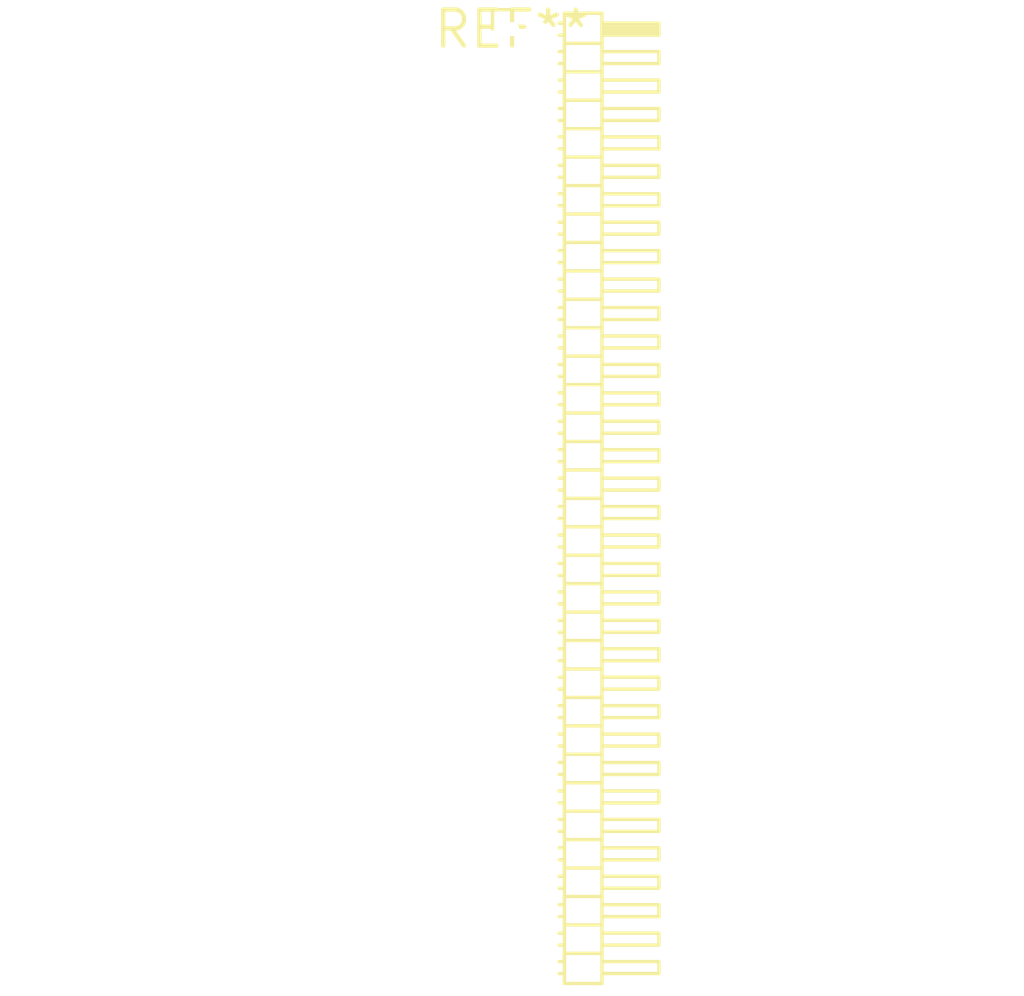
<source format=kicad_pcb>
(kicad_pcb (version 20240108) (generator pcbnew)
  (layers (0 "F.Cu" signal) (31 "B.Cu" signal) (34 "B.Paste" user) (35 "F.Paste" user) (36 "B.SilkS" user "B.Silkscreen") (37 "F.SilkS" user "F.Silkscreen") (38 "B.Mask" user) (39 "F.Mask" user) (44 "Edge.Cuts" user))
  (net 0 "")
  (footprint "PinHeader_2x34_P1.00mm_Horizontal" (layer "F.Cu") (at 0 0)
    (property "Reference" "REF**")
    (property "Value" "PinHeader_2x34_P1.00mm_Horizontal")
    (fp_line (start -0.685 -0.685) (end 0 -0.685) (layer "F.SilkS") (stroke (width 0.12)))
    (fp_line (start -0.685 0) (end -0.685 -0.685) (layer "F.SilkS") (stroke (width 0.12)))
    (fp_line (start 1.652016 -0.21) (end 1.84 -0.21) (layer "F.SilkS") (stroke (width 0.12)))
    (fp_line (start 1.652016 0.21) (end 1.84 0.21) (layer "F.SilkS") (stroke (width 0.12)))
    (fp_line (start 1.652016 0.79) (end 1.84 0.79) (layer "F.SilkS") (stroke (width 0.12)))
    (fp_line (start 1.652016 1.21) (end 1.84 1.21) (layer "F.SilkS") (stroke (width 0.12)))
    (fp_line (start 1.652016 1.79) (end 1.84 1.79) (layer "F.SilkS") (stroke (width 0.12)))
    (fp_line (start 1.652016 2.21) (end 1.84 2.21) (layer "F.SilkS") (stroke (width 0.12)))
    (fp_line (start 1.652016 2.79) (end 1.84 2.79) (layer "F.SilkS") (stroke (width 0.12)))
    (fp_line (start 1.652016 3.21) (end 1.84 3.21) (layer "F.SilkS") (stroke (width 0.12)))
    (fp_line (start 1.652016 3.79) (end 1.84 3.79) (layer "F.SilkS") (stroke (width 0.12)))
    (fp_line (start 1.652016 4.21) (end 1.84 4.21) (layer "F.SilkS") (stroke (width 0.12)))
    (fp_line (start 1.652016 4.79) (end 1.84 4.79) (layer "F.SilkS") (stroke (width 0.12)))
    (fp_line (start 1.652016 5.21) (end 1.84 5.21) (layer "F.SilkS") (stroke (width 0.12)))
    (fp_line (start 1.652016 5.79) (end 1.84 5.79) (layer "F.SilkS") (stroke (width 0.12)))
    (fp_line (start 1.652016 6.21) (end 1.84 6.21) (layer "F.SilkS") (stroke (width 0.12)))
    (fp_line (start 1.652016 6.79) (end 1.84 6.79) (layer "F.SilkS") (stroke (width 0.12)))
    (fp_line (start 1.652016 7.21) (end 1.84 7.21) (layer "F.SilkS") (stroke (width 0.12)))
    (fp_line (start 1.652016 7.79) (end 1.84 7.79) (layer "F.SilkS") (stroke (width 0.12)))
    (fp_line (start 1.652016 8.21) (end 1.84 8.21) (layer "F.SilkS") (stroke (width 0.12)))
    (fp_line (start 1.652016 8.79) (end 1.84 8.79) (layer "F.SilkS") (stroke (width 0.12)))
    (fp_line (start 1.652016 9.21) (end 1.84 9.21) (layer "F.SilkS") (stroke (width 0.12)))
    (fp_line (start 1.652016 9.79) (end 1.84 9.79) (layer "F.SilkS") (stroke (width 0.12)))
    (fp_line (start 1.652016 10.21) (end 1.84 10.21) (layer "F.SilkS") (stroke (width 0.12)))
    (fp_line (start 1.652016 10.79) (end 1.84 10.79) (layer "F.SilkS") (stroke (width 0.12)))
    (fp_line (start 1.652016 11.21) (end 1.84 11.21) (layer "F.SilkS") (stroke (width 0.12)))
    (fp_line (start 1.652016 11.79) (end 1.84 11.79) (layer "F.SilkS") (stroke (width 0.12)))
    (fp_line (start 1.652016 12.21) (end 1.84 12.21) (layer "F.SilkS") (stroke (width 0.12)))
    (fp_line (start 1.652016 12.79) (end 1.84 12.79) (layer "F.SilkS") (stroke (width 0.12)))
    (fp_line (start 1.652016 13.21) (end 1.84 13.21) (layer "F.SilkS") (stroke (width 0.12)))
    (fp_line (start 1.652016 13.79) (end 1.84 13.79) (layer "F.SilkS") (stroke (width 0.12)))
    (fp_line (start 1.652016 14.21) (end 1.84 14.21) (layer "F.SilkS") (stroke (width 0.12)))
    (fp_line (start 1.652016 14.79) (end 1.84 14.79) (layer "F.SilkS") (stroke (width 0.12)))
    (fp_line (start 1.652016 15.21) (end 1.84 15.21) (layer "F.SilkS") (stroke (width 0.12)))
    (fp_line (start 1.652016 15.79) (end 1.84 15.79) (layer "F.SilkS") (stroke (width 0.12)))
    (fp_line (start 1.652016 16.21) (end 1.84 16.21) (layer "F.SilkS") (stroke (width 0.12)))
    (fp_line (start 1.652016 16.79) (end 1.84 16.79) (layer "F.SilkS") (stroke (width 0.12)))
    (fp_line (start 1.652016 17.21) (end 1.84 17.21) (layer "F.SilkS") (stroke (width 0.12)))
    (fp_line (start 1.652016 17.79) (end 1.84 17.79) (layer "F.SilkS") (stroke (width 0.12)))
    (fp_line (start 1.652016 18.21) (end 1.84 18.21) (layer "F.SilkS") (stroke (width 0.12)))
    (fp_line (start 1.652016 18.79) (end 1.84 18.79) (layer "F.SilkS") (stroke (width 0.12)))
    (fp_line (start 1.652016 19.21) (end 1.84 19.21) (layer "F.SilkS") (stroke (width 0.12)))
    (fp_line (start 1.652016 19.79) (end 1.84 19.79) (layer "F.SilkS") (stroke (width 0.12)))
    (fp_line (start 1.652016 20.21) (end 1.84 20.21) (layer "F.SilkS") (stroke (width 0.12)))
    (fp_line (start 1.652016 20.79) (end 1.84 20.79) (layer "F.SilkS") (stroke (width 0.12)))
    (fp_line (start 1.652016 21.21) (end 1.84 21.21) (layer "F.SilkS") (stroke (width 0.12)))
    (fp_line (start 1.652016 21.79) (end 1.84 21.79) (layer "F.SilkS") (stroke (width 0.12)))
    (fp_line (start 1.652016 22.21) (end 1.84 22.21) (layer "F.SilkS") (stroke (width 0.12)))
    (fp_line (start 1.652016 22.79) (end 1.84 22.79) (layer "F.SilkS") (stroke (width 0.12)))
    (fp_line (start 1.652016 23.21) (end 1.84 23.21) (layer "F.SilkS") (stroke (width 0.12)))
    (fp_line (start 1.652016 23.79) (end 1.84 23.79) (layer "F.SilkS") (stroke (width 0.12)))
    (fp_line (start 1.652016 24.21) (end 1.84 24.21) (layer "F.SilkS") (stroke (width 0.12)))
    (fp_line (start 1.652016 24.79) (end 1.84 24.79) (layer "F.SilkS") (stroke (width 0.12)))
    (fp_line (start 1.652016 25.21) (end 1.84 25.21) (layer "F.SilkS") (stroke (width 0.12)))
    (fp_line (start 1.652016 25.79) (end 1.84 25.79) (layer "F.SilkS") (stroke (width 0.12)))
    (fp_line (start 1.652016 26.21) (end 1.84 26.21) (layer "F.SilkS") (stroke (width 0.12)))
    (fp_line (start 1.652016 26.79) (end 1.84 26.79) (layer "F.SilkS") (stroke (width 0.12)))
    (fp_line (start 1.652016 27.21) (end 1.84 27.21) (layer "F.SilkS") (stroke (width 0.12)))
    (fp_line (start 1.652016 27.79) (end 1.84 27.79) (layer "F.SilkS") (stroke (width 0.12)))
    (fp_line (start 1.652016 28.21) (end 1.84 28.21) (layer "F.SilkS") (stroke (width 0.12)))
    (fp_line (start 1.652016 28.79) (end 1.84 28.79) (layer "F.SilkS") (stroke (width 0.12)))
    (fp_line (start 1.652016 29.21) (end 1.84 29.21) (layer "F.SilkS") (stroke (width 0.12)))
    (fp_line (start 1.652016 29.79) (end 1.84 29.79) (layer "F.SilkS") (stroke (width 0.12)))
    (fp_line (start 1.652016 30.21) (end 1.84 30.21) (layer "F.SilkS") (stroke (width 0.12)))
    (fp_line (start 1.652016 30.79) (end 1.84 30.79) (layer "F.SilkS") (stroke (width 0.12)))
    (fp_line (start 1.652016 31.21) (end 1.84 31.21) (layer "F.SilkS") (stroke (width 0.12)))
    (fp_line (start 1.652016 31.79) (end 1.84 31.79) (layer "F.SilkS") (stroke (width 0.12)))
    (fp_line (start 1.652016 32.21) (end 1.84 32.21) (layer "F.SilkS") (stroke (width 0.12)))
    (fp_line (start 1.652016 32.79) (end 1.84 32.79) (layer "F.SilkS") (stroke (width 0.12)))
    (fp_line (start 1.652016 33.21) (end 1.84 33.21) (layer "F.SilkS") (stroke (width 0.12)))
    (fp_line (start 1.84 -0.56) (end 1.84 33.56) (layer "F.SilkS") (stroke (width 0.12)))
    (fp_line (start 1.84 0.5) (end 3.16 0.5) (layer "F.SilkS") (stroke (width 0.12)))
    (fp_line (start 1.84 1.5) (end 3.16 1.5) (layer "F.SilkS") (stroke (width 0.12)))
    (fp_line (start 1.84 2.5) (end 3.16 2.5) (layer "F.SilkS") (stroke (width 0.12)))
    (fp_line (start 1.84 3.5) (end 3.16 3.5) (layer "F.SilkS") (stroke (width 0.12)))
    (fp_line (start 1.84 4.5) (end 3.16 4.5) (layer "F.SilkS") (stroke (width 0.12)))
    (fp_line (start 1.84 5.5) (end 3.16 5.5) (layer "F.SilkS") (stroke (width 0.12)))
    (fp_line (start 1.84 6.5) (end 3.16 6.5) (layer "F.SilkS") (stroke (width 0.12)))
    (fp_line (start 1.84 7.5) (end 3.16 7.5) (layer "F.SilkS") (stroke (width 0.12)))
    (fp_line (start 1.84 8.5) (end 3.16 8.5) (layer "F.SilkS") (stroke (width 0.12)))
    (fp_line (start 1.84 9.5) (end 3.16 9.5) (layer "F.SilkS") (stroke (width 0.12)))
    (fp_line (start 1.84 10.5) (end 3.16 10.5) (layer "F.SilkS") (stroke (width 0.12)))
    (fp_line (start 1.84 11.5) (end 3.16 11.5) (layer "F.SilkS") (stroke (width 0.12)))
    (fp_line (start 1.84 12.5) (end 3.16 12.5) (layer "F.SilkS") (stroke (width 0.12)))
    (fp_line (start 1.84 13.5) (end 3.16 13.5) (layer "F.SilkS") (stroke (width 0.12)))
    (fp_line (start 1.84 14.5) (end 3.16 14.5) (layer "F.SilkS") (stroke (width 0.12)))
    (fp_line (start 1.84 15.5) (end 3.16 15.5) (layer "F.SilkS") (stroke (width 0.12)))
    (fp_line (start 1.84 16.5) (end 3.16 16.5) (layer "F.SilkS") (stroke (width 0.12)))
    (fp_line (start 1.84 17.5) (end 3.16 17.5) (layer "F.SilkS") (stroke (width 0.12)))
    (fp_line (start 1.84 18.5) (end 3.16 18.5) (layer "F.SilkS") (stroke (width 0.12)))
    (fp_line (start 1.84 19.5) (end 3.16 19.5) (layer "F.SilkS") (stroke (width 0.12)))
    (fp_line (start 1.84 20.5) (end 3.16 20.5) (layer "F.SilkS") (stroke (width 0.12)))
    (fp_line (start 1.84 21.5) (end 3.16 21.5) (layer "F.SilkS") (stroke (width 0.12)))
    (fp_line (start 1.84 22.5) (end 3.16 22.5) (layer "F.SilkS") (stroke (width 0.12)))
    (fp_line (start 1.84 23.5) (end 3.16 23.5) (layer "F.SilkS") (stroke (width 0.12)))
    (fp_line (start 1.84 24.5) (end 3.16 24.5) (layer "F.SilkS") (stroke (width 0.12)))
    (fp_line (start 1.84 25.5) (end 3.16 25.5) (layer "F.SilkS") (stroke (width 0.12)))
    (fp_line (start 1.84 26.5) (end 3.16 26.5) (layer "F.SilkS") (stroke (width 0.12)))
    (fp_line (start 1.84 27.5) (end 3.16 27.5) (layer "F.SilkS") (stroke (width 0.12)))
    (fp_line (start 1.84 28.5) (end 3.16 28.5) (layer "F.SilkS") (stroke (width 0.12)))
    (fp_line (start 1.84 29.5) (end 3.16 29.5) (layer "F.SilkS") (stroke (width 0.12)))
    (fp_line (start 1.84 30.5) (end 3.16 30.5) (layer "F.SilkS") (stroke (width 0.12)))
    (fp_line (start 1.84 31.5) (end 3.16 31.5) (layer "F.SilkS") (stroke (width 0.12)))
    (fp_line (start 1.84 32.5) (end 3.16 32.5) (layer "F.SilkS") (stroke (width 0.12)))
    (fp_line (start 1.84 33.56) (end 3.16 33.56) (layer "F.SilkS") (stroke (width 0.12)))
    (fp_line (start 3.16 -0.56) (end 1.84 -0.56) (layer "F.SilkS") (stroke (width 0.12)))
    (fp_line (start 3.16 -0.21) (end 5.16 -0.21) (layer "F.SilkS") (stroke (width 0.12)))
    (fp_line (start 3.16 -0.15) (end 5.16 -0.15) (layer "F.SilkS") (stroke (width 0.12)))
    (fp_line (start 3.16 -0.03) (end 5.16 -0.03) (layer "F.SilkS") (stroke (width 0.12)))
    (fp_line (start 3.16 0.09) (end 5.16 0.09) (layer "F.SilkS") (stroke (width 0.12)))
    (fp_line (start 3.16 0.79) (end 5.16 0.79) (layer "F.SilkS") (stroke (width 0.12)))
    (fp_line (start 3.16 1.79) (end 5.16 1.79) (layer "F.SilkS") (stroke (width 0.12)))
    (fp_line (start 3.16 2.79) (end 5.16 2.79) (layer "F.SilkS") (stroke (width 0.12)))
    (fp_line (start 3.16 3.79) (end 5.16 3.79) (layer "F.SilkS") (stroke (width 0.12)))
    (fp_line (start 3.16 4.79) (end 5.16 4.79) (layer "F.SilkS") (stroke (width 0.12)))
    (fp_line (start 3.16 5.79) (end 5.16 5.79) (layer "F.SilkS") (stroke (width 0.12)))
    (fp_line (start 3.16 6.79) (end 5.16 6.79) (layer "F.SilkS") (stroke (width 0.12)))
    (fp_line (start 3.16 7.79) (end 5.16 7.79) (layer "F.SilkS") (stroke (width 0.12)))
    (fp_line (start 3.16 8.79) (end 5.16 8.79) (layer "F.SilkS") (stroke (width 0.12)))
    (fp_line (start 3.16 9.79) (end 5.16 9.79) (layer "F.SilkS") (stroke (width 0.12)))
    (fp_line (start 3.16 10.79) (end 5.16 10.79) (layer "F.SilkS") (stroke (width 0.12)))
    (fp_line (start 3.16 11.79) (end 5.16 11.79) (layer "F.SilkS") (stroke (width 0.12)))
    (fp_line (start 3.16 12.79) (end 5.16 12.79) (layer "F.SilkS") (stroke (width 0.12)))
    (fp_line (start 3.16 13.79) (end 5.16 13.79) (layer "F.SilkS") (stroke (width 0.12)))
    (fp_line (start 3.16 14.79) (end 5.16 14.79) (layer "F.SilkS") (stroke (width 0.12)))
    (fp_line (start 3.16 15.79) (end 5.16 15.79) (layer "F.SilkS") (stroke (width 0.12)))
    (fp_line (start 3.16 16.79) (end 5.16 16.79) (layer "F.SilkS") (stroke (width 0.12)))
    (fp_line (start 3.16 17.79) (end 5.16 17.79) (layer "F.SilkS") (stroke (width 0.12)))
    (fp_line (start 3.16 18.79) (end 5.16 18.79) (layer "F.SilkS") (stroke (width 0.12)))
    (fp_line (start 3.16 19.79) (end 5.16 19.79) (layer "F.SilkS") (stroke (width 0.12)))
    (fp_line (start 3.16 20.79) (end 5.16 20.79) (layer "F.SilkS") (stroke (width 0.12)))
    (fp_line (start 3.16 21.79) (end 5.16 21.79) (layer "F.SilkS") (stroke (width 0.12)))
    (fp_line (start 3.16 22.79) (end 5.16 22.79) (layer "F.SilkS") (stroke (width 0.12)))
    (fp_line (start 3.16 23.79) (end 5.16 23.79) (layer "F.SilkS") (stroke (width 0.12)))
    (fp_line (start 3.16 24.79) (end 5.16 24.79) (layer "F.SilkS") (stroke (width 0.12)))
    (fp_line (start 3.16 25.79) (end 5.16 25.79) (layer "F.SilkS") (stroke (width 0.12)))
    (fp_line (start 3.16 26.79) (end 5.16 26.79) (layer "F.SilkS") (stroke (width 0.12)))
    (fp_line (start 3.16 27.79) (end 5.16 27.79) (layer "F.SilkS") (stroke (width 0.12)))
    (fp_line (start 3.16 28.79) (end 5.16 28.79) (layer "F.SilkS") (stroke (width 0.12)))
    (fp_line (start 3.16 29.79) (end 5.16 29.79) (layer "F.SilkS") (stroke (width 0.12)))
    (fp_line (start 3.16 30.79) (end 5.16 30.79) (layer "F.SilkS") (stroke (width 0.12)))
    (fp_line (start 3.16 31.79) (end 5.16 31.79) (layer "F.SilkS") (stroke (width 0.12)))
    (fp_line (start 3.16 32.79) (end 5.16 32.79) (layer "F.SilkS") (stroke (width 0.12)))
    (fp_line (start 3.16 33.56) (end 3.16 -0.56) (layer "F.SilkS") (stroke (width 0.12)))
    (fp_line (start 5.16 -0.21) (end 5.16 0.21) (layer "F.SilkS") (stroke (width 0.12)))
    (fp_line (start 5.16 0.21) (end 3.16 0.21) (layer "F.SilkS") (stroke (width 0.12)))
    (fp_line (start 5.16 0.79) (end 5.16 1.21) (layer "F.SilkS") (stroke (width 0.12)))
    (fp_line (start 5.16 1.21) (end 3.16 1.21) (layer "F.SilkS") (stroke (width 0.12)))
    (fp_line (start 5.16 1.79) (end 5.16 2.21) (layer "F.SilkS") (stroke (width 0.12)))
    (fp_line (start 5.16 2.21) (end 3.16 2.21) (layer "F.SilkS") (stroke (width 0.12)))
    (fp_line (start 5.16 2.79) (end 5.16 3.21) (layer "F.SilkS") (stroke (width 0.12)))
    (fp_line (start 5.16 3.21) (end 3.16 3.21) (layer "F.SilkS") (stroke (width 0.12)))
    (fp_line (start 5.16 3.79) (end 5.16 4.21) (layer "F.SilkS") (stroke (width 0.12)))
    (fp_line (start 5.16 4.21) (end 3.16 4.21) (layer "F.SilkS") (stroke (width 0.12)))
    (fp_line (start 5.16 4.79) (end 5.16 5.21) (layer "F.SilkS") (stroke (width 0.12)))
    (fp_line (start 5.16 5.21) (end 3.16 5.21) (layer "F.SilkS") (stroke (width 0.12)))
    (fp_line (start 5.16 5.79) (end 5.16 6.21) (layer "F.SilkS") (stroke (width 0.12)))
    (fp_line (start 5.16 6.21) (end 3.16 6.21) (layer "F.SilkS") (stroke (width 0.12)))
    (fp_line (start 5.16 6.79) (end 5.16 7.21) (layer "F.SilkS") (stroke (width 0.12)))
    (fp_line (start 5.16 7.21) (end 3.16 7.21) (layer "F.SilkS") (stroke (width 0.12)))
    (fp_line (start 5.16 7.79) (end 5.16 8.21) (layer "F.SilkS") (stroke (width 0.12)))
    (fp_line (start 5.16 8.21) (end 3.16 8.21) (layer "F.SilkS") (stroke (width 0.12)))
    (fp_line (start 5.16 8.79) (end 5.16 9.21) (layer "F.SilkS") (stroke (width 0.12)))
    (fp_line (start 5.16 9.21) (end 3.16 9.21) (layer "F.SilkS") (stroke (width 0.12)))
    (fp_line (start 5.16 9.79) (end 5.16 10.21) (layer "F.SilkS") (stroke (width 0.12)))
    (fp_line (start 5.16 10.21) (end 3.16 10.21) (layer "F.SilkS") (stroke (width 0.12)))
    (fp_line (start 5.16 10.79) (end 5.16 11.21) (layer "F.SilkS") (stroke (width 0.12)))
    (fp_line (start 5.16 11.21) (end 3.16 11.21) (layer "F.SilkS") (stroke (width 0.12)))
    (fp_line (start 5.16 11.79) (end 5.16 12.21) (layer "F.SilkS") (stroke (width 0.12)))
    (fp_line (start 5.16 12.21) (end 3.16 12.21) (layer "F.SilkS") (stroke (width 0.12)))
    (fp_line (start 5.16 12.79) (end 5.16 13.21) (layer "F.SilkS") (stroke (width 0.12)))
    (fp_line (start 5.16 13.21) (end 3.16 13.21) (layer "F.SilkS") (stroke (width 0.12)))
    (fp_line (start 5.16 13.79) (end 5.16 14.21) (layer "F.SilkS") (stroke (width 0.12)))
    (fp_line (start 5.16 14.21) (end 3.16 14.21) (layer "F.SilkS") (stroke (width 0.12)))
    (fp_line (start 5.16 14.79) (end 5.16 15.21) (layer "F.SilkS") (stroke (width 0.12)))
    (fp_line (start 5.16 15.21) (end 3.16 15.21) (layer "F.SilkS") (stroke (width 0.12)))
    (fp_line (start 5.16 15.79) (end 5.16 16.21) (layer "F.SilkS") (stroke (width 0.12)))
    (fp_line (start 5.16 16.21) (end 3.16 16.21) (layer "F.SilkS") (stroke (width 0.12)))
    (fp_line (start 5.16 16.79) (end 5.16 17.21) (layer "F.SilkS") (stroke (width 0.12)))
    (fp_line (start 5.16 17.21) (end 3.16 17.21) (layer "F.SilkS") (stroke (width 0.12)))
    (fp_line (start 5.16 17.79) (end 5.16 18.21) (layer "F.SilkS") (stroke (width 0.12)))
    (fp_line (start 5.16 18.21) (end 3.16 18.21) (layer "F.SilkS") (stroke (width 0.12)))
    (fp_line (start 5.16 18.79) (end 5.16 19.21) (layer "F.SilkS") (stroke (width 0.12)))
    (fp_line (start 5.16 19.21) (end 3.16 19.21) (layer "F.SilkS") (stroke (width 0.12)))
    (fp_line (start 5.16 19.79) (end 5.16 20.21) (layer "F.SilkS") (stroke (width 0.12)))
    (fp_line (start 5.16 20.21) (end 3.16 20.21) (layer "F.SilkS") (stroke (width 0.12)))
    (fp_line (start 5.16 20.79) (end 5.16 21.21) (layer "F.SilkS") (stroke (width 0.12)))
    (fp_line (start 5.16 21.21) (end 3.16 21.21) (layer "F.SilkS") (stroke (width 0.12)))
    (fp_line (start 5.16 21.79) (end 5.16 22.21) (layer "F.SilkS") (stroke (width 0.12)))
    (fp_line (start 5.16 22.21) (end 3.16 22.21) (layer "F.SilkS") (stroke (width 0.12)))
    (fp_line (start 5.16 22.79) (end 5.16 23.21) (layer "F.SilkS") (stroke (width 0.12)))
    (fp_line (start 5.16 23.21) (end 3.16 23.21) (layer "F.SilkS") (stroke (width 0.12)))
    (fp_line (start 5.16 23.79) (end 5.16 24.21) (layer "F.SilkS") (stroke (width 0.12)))
    (fp_line (start 5.16 24.21) (end 3.16 24.21) (layer "F.SilkS") (stroke (width 0.12)))
    (fp_line (start 5.16 24.79) (end 5.16 25.21) (layer "F.SilkS") (stroke (width 0.12)))
    (fp_line (start 5.16 25.21) (end 3.16 25.21) (layer "F.SilkS") (stroke (width 0.12)))
    (fp_line (start 5.16 25.79) (end 5.16 26.21) (layer "F.SilkS") (stroke (width 0.12)))
    (fp_line (start 5.16 26.21) (end 3.16 26.21) (layer "F.SilkS") (stroke (width 0.12)))
    (fp_line (start 5.16 26.79) (end 5.16 27.21) (layer "F.SilkS") (stroke (width 0.12)))
    (fp_line (start 5.16 27.21) (end 3.16 27.21) (layer "F.SilkS") (stroke (width 0.12)))
    (fp_line (start 5.16 27.79) (end 5.16 28.21) (layer "F.SilkS") (stroke (width 0.12)))
    (fp_line (start 5.16 28.21) (end 3.16 28.21) (layer "F.SilkS") (stroke (width 0.12)))
    (fp_line (start 5.16 28.79) (end 5.16 29.21) (layer "F.SilkS") (stroke (width 0.12)))
    (fp_line (start 5.16 29.21) (end 3.16 29.21) (layer "F.SilkS") (stroke (width 0.12)))
    (fp_line (start 5.16 29.79) (end 5.16 30.21) (layer "F.SilkS") (stroke (width 0.12)))
    (fp_line (start 5.16 30.21) (end 3.16 30.21) (layer "F.SilkS") (stroke (width 0.12)))
    (fp_line (start 5.16 30.79) (end 5.16 31.21) (layer "F.SilkS") (stroke (width 0.12)))
    (fp_line (start 5.16 31.21) (end 3.16 31.21) (layer "F.SilkS") (stroke (width 0.12)))
    (fp_line (start 5.16 31.79) (end 5.16 32.21) (layer "F.SilkS") (stroke (width 0.12)))
    (fp_line (start 5.16 32.21) (end 3.16 32.21) (layer "F.SilkS") (stroke (width 0.12)))
    (fp_line (start 5.16 32.79) (end 5.16 33.21) (layer "F.SilkS") (stroke (width 0.12)))
    (fp_line (start 5.16 33.21) (end 3.16 33.21) (layer "F.SilkS") (stroke (width 0.12)))
    (pad "1" thru_hole rect (at 0 0) (size 0.85 0.85) (drill 0.5) (layers *.Cu *.Mask) (remove_unused_layers))
    (pad "2" thru_hole oval (at 1 0) (size 0.85 0.85) (drill 0.5) (layers *.Cu *.Mask) (remove_unused_layers))
    (pad "3" thru_hole oval (at 0 1) (size 0.85 0.85) (drill 0.5) (layers *.Cu *.Mask) (remove_unused_layers))
    (pad "4" thru_hole oval (at 1 1) (size 0.85 0.85) (drill 0.5) (layers *.Cu *.Mask) (remove_unused_layers))
    (pad "5" thru_hole oval (at 0 2) (size 0.85 0.85) (drill 0.5) (layers *.Cu *.Mask) (remove_unused_layers))
    (pad "6" thru_hole oval (at 1 2) (size 0.85 0.85) (drill 0.5) (layers *.Cu *.Mask) (remove_unused_layers))
    (pad "7" thru_hole oval (at 0 3) (size 0.85 0.85) (drill 0.5) (layers *.Cu *.Mask) (remove_unused_layers))
    (pad "8" thru_hole oval (at 1 3) (size 0.85 0.85) (drill 0.5) (layers *.Cu *.Mask) (remove_unused_layers))
    (pad "9" thru_hole oval (at 0 4) (size 0.85 0.85) (drill 0.5) (layers *.Cu *.Mask) (remove_unused_layers))
    (pad "10" thru_hole oval (at 1 4) (size 0.85 0.85) (drill 0.5) (layers *.Cu *.Mask) (remove_unused_layers))
    (pad "11" thru_hole oval (at 0 5) (size 0.85 0.85) (drill 0.5) (layers *.Cu *.Mask) (remove_unused_layers))
    (pad "12" thru_hole oval (at 1 5) (size 0.85 0.85) (drill 0.5) (layers *.Cu *.Mask) (remove_unused_layers))
    (pad "13" thru_hole oval (at 0 6) (size 0.85 0.85) (drill 0.5) (layers *.Cu *.Mask) (remove_unused_layers))
    (pad "14" thru_hole oval (at 1 6) (size 0.85 0.85) (drill 0.5) (layers *.Cu *.Mask) (remove_unused_layers))
    (pad "15" thru_hole oval (at 0 7) (size 0.85 0.85) (drill 0.5) (layers *.Cu *.Mask) (remove_unused_layers))
    (pad "16" thru_hole oval (at 1 7) (size 0.85 0.85) (drill 0.5) (layers *.Cu *.Mask) (remove_unused_layers))
    (pad "17" thru_hole oval (at 0 8) (size 0.85 0.85) (drill 0.5) (layers *.Cu *.Mask) (remove_unused_layers))
    (pad "18" thru_hole oval (at 1 8) (size 0.85 0.85) (drill 0.5) (layers *.Cu *.Mask) (remove_unused_layers))
    (pad "19" thru_hole oval (at 0 9) (size 0.85 0.85) (drill 0.5) (layers *.Cu *.Mask) (remove_unused_layers))
    (pad "20" thru_hole oval (at 1 9) (size 0.85 0.85) (drill 0.5) (layers *.Cu *.Mask) (remove_unused_layers))
    (pad "21" thru_hole oval (at 0 10) (size 0.85 0.85) (drill 0.5) (layers *.Cu *.Mask) (remove_unused_layers))
    (pad "22" thru_hole oval (at 1 10) (size 0.85 0.85) (drill 0.5) (layers *.Cu *.Mask) (remove_unused_layers))
    (pad "23" thru_hole oval (at 0 11) (size 0.85 0.85) (drill 0.5) (layers *.Cu *.Mask) (remove_unused_layers))
    (pad "24" thru_hole oval (at 1 11) (size 0.85 0.85) (drill 0.5) (layers *.Cu *.Mask) (remove_unused_layers))
    (pad "25" thru_hole oval (at 0 12) (size 0.85 0.85) (drill 0.5) (layers *.Cu *.Mask) (remove_unused_layers))
    (pad "26" thru_hole oval (at 1 12) (size 0.85 0.85) (drill 0.5) (layers *.Cu *.Mask) (remove_unused_layers))
    (pad "27" thru_hole oval (at 0 13) (size 0.85 0.85) (drill 0.5) (layers *.Cu *.Mask) (remove_unused_layers))
    (pad "28" thru_hole oval (at 1 13) (size 0.85 0.85) (drill 0.5) (layers *.Cu *.Mask) (remove_unused_layers))
    (pad "29" thru_hole oval (at 0 14) (size 0.85 0.85) (drill 0.5) (layers *.Cu *.Mask) (remove_unused_layers))
    (pad "30" thru_hole oval (at 1 14) (size 0.85 0.85) (drill 0.5) (layers *.Cu *.Mask) (remove_unused_layers))
    (pad "31" thru_hole oval (at 0 15) (size 0.85 0.85) (drill 0.5) (layers *.Cu *.Mask) (remove_unused_layers))
    (pad "32" thru_hole oval (at 1 15) (size 0.85 0.85) (drill 0.5) (layers *.Cu *.Mask) (remove_unused_layers))
    (pad "33" thru_hole oval (at 0 16) (size 0.85 0.85) (drill 0.5) (layers *.Cu *.Mask) (remove_unused_layers))
    (pad "34" thru_hole oval (at 1 16) (size 0.85 0.85) (drill 0.5) (layers *.Cu *.Mask) (remove_unused_layers))
    (pad "35" thru_hole oval (at 0 17) (size 0.85 0.85) (drill 0.5) (layers *.Cu *.Mask) (remove_unused_layers))
    (pad "36" thru_hole oval (at 1 17) (size 0.85 0.85) (drill 0.5) (layers *.Cu *.Mask) (remove_unused_layers))
    (pad "37" thru_hole oval (at 0 18) (size 0.85 0.85) (drill 0.5) (layers *.Cu *.Mask) (remove_unused_layers))
    (pad "38" thru_hole oval (at 1 18) (size 0.85 0.85) (drill 0.5) (layers *.Cu *.Mask) (remove_unused_layers))
    (pad "39" thru_hole oval (at 0 19) (size 0.85 0.85) (drill 0.5) (layers *.Cu *.Mask) (remove_unused_layers))
    (pad "40" thru_hole oval (at 1 19) (size 0.85 0.85) (drill 0.5) (layers *.Cu *.Mask) (remove_unused_layers))
    (pad "41" thru_hole oval (at 0 20) (size 0.85 0.85) (drill 0.5) (layers *.Cu *.Mask) (remove_unused_layers))
    (pad "42" thru_hole oval (at 1 20) (size 0.85 0.85) (drill 0.5) (layers *.Cu *.Mask) (remove_unused_layers))
    (pad "43" thru_hole oval (at 0 21) (size 0.85 0.85) (drill 0.5) (layers *.Cu *.Mask) (remove_unused_layers))
    (pad "44" thru_hole oval (at 1 21) (size 0.85 0.85) (drill 0.5) (layers *.Cu *.Mask) (remove_unused_layers))
    (pad "45" thru_hole oval (at 0 22) (size 0.85 0.85) (drill 0.5) (layers *.Cu *.Mask) (remove_unused_layers))
    (pad "46" thru_hole oval (at 1 22) (size 0.85 0.85) (drill 0.5) (layers *.Cu *.Mask) (remove_unused_layers))
    (pad "47" thru_hole oval (at 0 23) (size 0.85 0.85) (drill 0.5) (layers *.Cu *.Mask) (remove_unused_layers))
    (pad "48" thru_hole oval (at 1 23) (size 0.85 0.85) (drill 0.5) (layers *.Cu *.Mask) (remove_unused_layers))
    (pad "49" thru_hole oval (at 0 24) (size 0.85 0.85) (drill 0.5) (layers *.Cu *.Mask) (remove_unused_layers))
    (pad "50" thru_hole oval (at 1 24) (size 0.85 0.85) (drill 0.5) (layers *.Cu *.Mask) (remove_unused_layers))
    (pad "51" thru_hole oval (at 0 25) (size 0.85 0.85) (drill 0.5) (layers *.Cu *.Mask) (remove_unused_layers))
    (pad "52" thru_hole oval (at 1 25) (size 0.85 0.85) (drill 0.5) (layers *.Cu *.Mask) (remove_unused_layers))
    (pad "53" thru_hole oval (at 0 26) (size 0.85 0.85) (drill 0.5) (layers *.Cu *.Mask) (remove_unused_layers))
    (pad "54" thru_hole oval (at 1 26) (size 0.85 0.85) (drill 0.5) (layers *.Cu *.Mask) (remove_unused_layers))
    (pad "55" thru_hole oval (at 0 27) (size 0.85 0.85) (drill 0.5) (layers *.Cu *.Mask) (remove_unused_layers))
    (pad "56" thru_hole oval (at 1 27) (size 0.85 0.85) (drill 0.5) (layers *.Cu *.Mask) (remove_unused_layers))
    (pad "57" thru_hole oval (at 0 28) (size 0.85 0.85) (drill 0.5) (layers *.Cu *.Mask) (remove_unused_layers))
    (pad "58" thru_hole oval (at 1 28) (size 0.85 0.85) (drill 0.5) (layers *.Cu *.Mask) (remove_unused_layers))
    (pad "59" thru_hole oval (at 0 29) (size 0.85 0.85) (drill 0.5) (layers *.Cu *.Mask) (remove_unused_layers))
    (pad "60" thru_hole oval (at 1 29) (size 0.85 0.85) (drill 0.5) (layers *.Cu *.Mask) (remove_unused_layers))
    (pad "61" thru_hole oval (at 0 30) (size 0.85 0.85) (drill 0.5) (layers *.Cu *.Mask) (remove_unused_layers))
    (pad "62" thru_hole oval (at 1 30) (size 0.85 0.85) (drill 0.5) (layers *.Cu *.Mask) (remove_unused_layers))
    (pad "63" thru_hole oval (at 0 31) (size 0.85 0.85) (drill 0.5) (layers *.Cu *.Mask) (remove_unused_layers))
    (pad "64" thru_hole oval (at 1 31) (size 0.85 0.85) (drill 0.5) (layers *.Cu *.Mask) (remove_unused_layers))
    (pad "65" thru_hole oval (at 0 32) (size 0.85 0.85) (drill 0.5) (layers *.Cu *.Mask) (remove_unused_layers))
    (pad "66" thru_hole oval (at 1 32) (size 0.85 0.85) (drill 0.5) (layers *.Cu *.Mask) (remove_unused_layers))
    (pad "67" thru_hole oval (at 0 33) (size 0.85 0.85) (drill 0.5) (layers *.Cu *.Mask) (remove_unused_layers))
    (pad "68" thru_hole oval (at 1 33) (size 0.85 0.85) (drill 0.5) (layers *.Cu *.Mask) (remove_unused_layers))
  )
)
</source>
